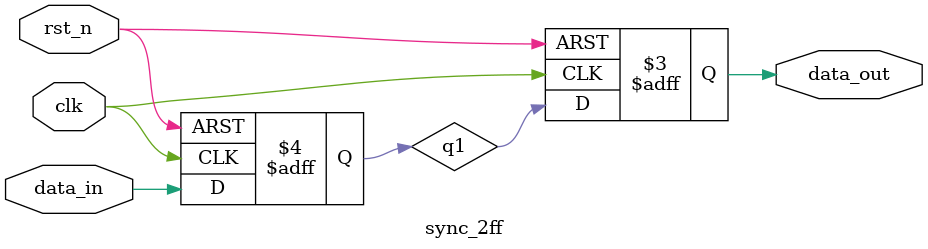
<source format=sv>
module sync_2ff
  (
   input logic clk ,
   input logic rst_n ,
   input logic data_in ,
   output logic data_out 
  );
  
  logic q1;
  
  always_ff @(posedge clk or negedge rst_n) begin 
   if (!rst_n) begin 
     q1         <= 1'b0;
     data_out   <= 1'b0;
   end else begin
     q1         <= data_in;
     data_out   <= q1;
    end
   end
  
endmodule



</source>
